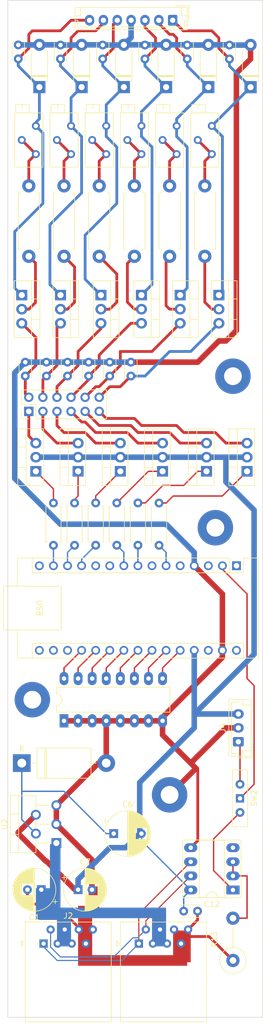
<source format=kicad_pcb>
(kicad_pcb (version 20241229) (generator "pcbnew") (generator_version "9.0")
  (layers (0 "F.Cu" signal) (2 "B.Cu" signal) (13 "F.Paste" user) (15 "B.Paste" user) (5 "F.SilkS" user "F.Silkscreen") (7 "B.SilkS" user "B.Silkscreen") (1 "F.Mask" user) (3 "B.Mask" user) (25 "Edge.Cuts" user))
  (net 0 "")
  (net 1 "Net-(A1-D0{slash}RX)")
  (net 7 "VCC")
  (net 8 "Net-(U3-VO)")
  (net 10 "SW2")
  (net 11 "LASER5")
  (net 12 "SW1")
  (net 13 "SW3")
  (net 14 "SW7")
  (net 15 "LASER1")
  (net 17 "SW8")
  (net 18 "SW4")
  (net 20 "GND")
  (net 21 "LASER4")
  (net 24 "LASER3")
  (net 26 "SW6")
  (net 27 "LASER2")
  (net 29 "5V")
  (net 30 "SW5")
  (net 31 "LASER6")
  (net 32 "DATA-")
  (net 33 "DATA+")
  (net 34 "Net-(Q1-B)")
  (net 35 "Net-(Q2-B)")
  (net 36 "Net-(Q3-B)")
  (net 37 "Net-(Q5-B)")
  (net 38 "Net-(U8-DE)")
  (net 39 "Net-(R6-Pad1)")
  (net 40 "Net-(U4-VO)")
  (net 41 "Net-(U5-VO)")
  (net 43 "Net-(R7-Pad1)")
  (net 44 "Net-(R8-Pad1)")
  (net 45 "Net-(R9-Pad1)")
  (net 46 "Net-(D2-K)")
  (net 47 "L1-SOC-OUT")
  (net 48 "L2-SOC-OUT")
  (net 49 "L3-SOC-OUT")
  (net 50 "L4-SOC-OUT")
  (net 51 "L3-SOC-IN")
  (net 52 "L4-SOC-IN")
  (net 53 "L2-SOC-IN")
  (net 54 "L1-SOC-IN")
  (net 55 "Net-(J4-Pin_1)")
  (net 56 "Net-(SW2-A)")
  (net 57 "Net-(D4-K)")
  (net 58 "Net-(D3-K)")
  (net 59 "Net-(D1-K)")
  (net 60 "Net-(D6-K)")
  (net 61 "Net-(U1-VO)")
  (net 65 "L5-SOC-OUT")
  (net 66 "Net-(D5-K)")
  (net 67 "L6-SOC-OUT")
  (net 68 "Net-(D7-K)")
  (net 69 "L5-SOC-IN")
  (net 70 "L6-SOC-IN")
  (net 71 "Net-(Q4-B)")
  (net 72 "Net-(Q6-B)")
  (net 73 "Net-(U6-VO)")
  (net 74 "Net-(R10-Pad1)")
  (net 75 "Net-(U7-VO)")
  (net 76 "Net-(R12-Pad1)")
  (footprint "Capacitor_THT:C_Disc_D3.0mm_W2.0mm_P2.50mm" (layer "F.Cu") (at 89.535 21.61 -90)
    (property "Reference" "C10" (hide yes))
    (property "Value" "1uF" (hide yes))
  )
  (footprint "Capacitor_THT:C_Disc_D3.0mm_W2.0mm_P2.50mm" (layer "F.Cu") (at 79.375 78.75 -90)
    (property "Reference" "C5" (hide yes))
    (property "Value" "100nF" (hide yes))
  )
  (footprint "Diode_THT:D_DO-41_SOD81_P7.62mm_Horizontal" (layer "F.Cu") (at 78.105 29.19 90)
    (property "Reference" "D7" (hide yes))
    (property "Value" "1N4004" (hide yes))
  )
  (footprint "Capacitor_THT:CP_Radial_D8.0mm_P5.00mm" (layer "F.Cu") (at 91.52 163.695)
    (property "Reference" "C6")
    (property "Value" "33uH")
  )
  (footprint "Package_TO_SOT_THT:TO-220-3_Vertical" (layer "F.Cu") (at 74.93 66.665 -90)
    (property "Reference" "U7" (hide yes))
    (property "Value" "LM317_TO-220" (hide yes))
  )
  (footprint "Potentiometer_THT:Potentiometer_Bourns_3296Z_Horizontal" (layer "F.Cu") (at 96.52 41.265 -90)
    (property "Reference" "RV2" (hide yes))
    (property "Value" "20" (hide yes))
  )
  (footprint "Package_TO_SOT_THT:TO-220-3_Vertical" (layer "F.Cu") (at 89.21 66.665 -90)
    (property "Reference" "U3" (hide yes))
    (property "Value" "LM317_TO-220" (hide yes))
  )
  (footprint "Capacitor_THT:CP_Radial_D7.5mm_P2.50mm" (layer "F.Cu") (at 85.09 173.795)
    (property "Reference" "C7")
    (property "Value" "47uF - 16V" (hide yes))
  )
  (footprint "Capacitor_THT:C_Disc_D3.0mm_W2.0mm_P2.50mm" (layer "F.Cu") (at 83.185 78.75 -90)
    (property "Reference" "C4" (hide yes))
    (property "Value" "100nF" (hide yes))
  )
  (footprint "Potentiometer_THT:Potentiometer_Bourns_3296Z_Horizontal" (layer "F.Cu") (at 90.17 41.265 -90)
    (property "Reference" "RV3" (hide yes))
    (property "Value" "20" (hide yes))
  )
  (footprint "MountingHole:MountingHole_3.2mm_M3_Pad" (layer "F.Cu") (at 101.6 156.71)
    (property "Reference" "H4" (hide yes))
    (property "Value" "MountingHole_Pad" (hide yes))
  )
  (footprint "Diode_THT:D_DO-41_SOD81_P7.62mm_Horizontal" (layer "F.Cu") (at 85.725 29.19 90)
    (property "Reference" "D6" (hide yes))
    (property "Value" "1N4004" (hide yes))
  )
  (footprint "Diode_THT:D_DO-201AD_P15.24mm_Horizontal" (layer "F.Cu") (at 74.93 150.995)
    (property "Reference" "D2" (hide yes))
    (property "Value" "1N5822" (hide yes))
  )
  (footprint "Resistor_THT:R_Axial_DIN0207_L6.3mm_D2.5mm_P7.62mm_Horizontal" (layer "F.Cu") (at 99.695 104.13 -90)
    (property "Reference" "R5" (hide yes))
    (property "Value" "1K" (hide yes))
  )
  (footprint "Resistor_THT:R_Axial_DIN0411_L9.9mm_D3.6mm_P12.70mm_Horizontal" (layer "F.Cu") (at 82.55 46.98 -90)
    (property "Reference" "R9" (hide yes))
    (property "Value" "2.7" (hide yes))
  )
  (footprint "Resistor_THT:R_Axial_DIN0411_L9.9mm_D3.6mm_P12.70mm_Horizontal" (layer "F.Cu") (at 101.6 46.98 -90)
    (property "Reference" "R6" (hide yes))
    (property "Value" "2.7" (hide yes))
  )
  (footprint "Package_TO_SOT_THT:TO-220-3_Vertical" (layer "F.Cu") (at 77.47 98.415 90)
    (property "Reference" "Q6" (hide yes))
    (property "Value" "TIP41" (hide yes))
  )
  (footprint "Package_TO_SOT_THT:TO-220-3_Vertical" (layer "F.Cu") (at 96.52 66.665 -90)
    (property "Reference" "U4" (hide yes))
    (property "Value" "LM317_TO-220" (hide yes))
  )
  (footprint "MountingHole:MountingHole_3.2mm_M3_Pad" (layer "F.Cu") (at 113.03 81.28)
    (property "Reference" "H2" (hide yes))
    (property "Value" "MountingHole_Pad" (hide yes))
  )
  (footprint "MountingHole:MountingHole_3.2mm_M3_Pad" (layer "F.Cu") (at 76.835 139.565)
    (property "Reference" "H3" (hide yes))
    (property "Value" "MountingHole_Pad" (hide yes))
  )
  (footprint "Resistor_THT:R_Axial_DIN0207_L6.3mm_D2.5mm_P7.62mm_Horizontal" (layer "F.Cu") (at 88.265 104.115 -90)
    (property "Reference" "R4" (hide yes))
    (property "Value" "1K" (hide yes))
  )
  (footprint "Resistor_THT:R_Axial_DIN0207_L6.3mm_D2.5mm_P7.62mm_Horizontal" (layer "F.Cu") (at 92.075 104.115 -90)
    (property "Reference" "R2" (hide yes))
    (property "Value" "1K" (hide yes))
  )
  (footprint "Connector_PinHeader_2.54mm:PinHeader_2x06_P2.54mm_Vertical" (layer "F.Cu") (at 76.2 87.62 90)
    (property "Reference" "J5" (hide yes))
    (property "Value" "Conn_02x06_Counter_Clockwise" (hide yes))
  )
  (footprint "Resistor_THT:R_Axial_DIN0414_L11.9mm_D4.5mm_P7.62mm_Vertical" (layer "F.Cu") (at 113.03 186.555 90)
    (property "Reference" "R13")
    (property "Value" "10K" (hide yes))
  )
  (footprint "Diode_THT:D_DO-41_SOD81_P7.62mm_Horizontal" (layer "F.Cu") (at 93.345 29.19 90)
    (property "Reference" "D1" (hide yes))
    (property "Value" "1N4004" (hide yes))
  )
  (footprint "Connector_RJ:RJ45_Amphenol_54602-x08_Horizontal" (layer "F.Cu") (at 96.0475 183.515)
    (property "Reference" "J1" (hide yes))
    (property "Value" "RJ45" (hide yes))
  )
  (footprint "Capacitor_THT:C_Disc_D3.0mm_W2.0mm_P2.50mm" (layer "F.Cu") (at 112.395 21.62 -90)
    (property "Reference" "C14" (hide yes))
    (property "Value" "1uF" (hide yes))
  )
  (footprint "Diode_THT:D_DO-41_SOD81_P7.62mm_Horizontal" (layer "F.Cu") (at 116.205 29.2 90)
    (property "Reference" "D5" (hide yes))
    (property "Value" "1N4004" (hide yes))
  )
  (footprint "Package_TO_SOT_THT:TO-220-3_Vertical" (layer "F.Cu") (at 103.505 66.665 -90)
    (property "Reference" "U5" (hide yes))
    (property "Value" "LM317_TO-220" (hide yes))
  )
  (footprint "Capacitor_THT:C_Disc_D3.0mm_W2.0mm_P2.50mm" (layer "F.Cu") (at 97.155 21.61 -90)
    (property "Reference" "C9" (hide yes))
    (property "Value" "1uF" (hide yes))
  )
  (footprint "Package_TO_SOT_THT:TO-220-3_Vertical" (layer "F.Cu") (at 108.26 98.415 90)
    (property "Reference" "Q5" (hide yes))
    (property "Value" "TIP41" (hide yes))
  )
  (footprint "Resistor_THT:R_Axial_DIN0411_L9.9mm_D3.6mm_P12.70mm_Horizontal" (layer "F.Cu") (at 88.9 46.98 -90)
    (property "Reference" "R8" (hide yes))
    (property "Value" "2.7" (hide yes))
  )
  (footprint "Package_DIP:DIP-16_W7.62mm_LongPads" (layer "F.Cu") (at 82.55 143.375 90)
    (property "Reference" "SW1" (hide yes))
    (property "Value" "SW_DIP_x08" (hide yes))
  )
  (footprint "Resistor_THT:R_Axial_DIN0411_L9.9mm_D3.6mm_P12.70mm_Horizontal" (layer "F.Cu") (at 95.25 46.98 -90)
    (property "Reference" "R7" (hide yes))
    (property "Value" "2.7" (hide yes))
  )
  (footprint "Package_TO_SOT_THT:TO-220-3_Vertical" (layer "F.Cu") (at 85.09 98.415 90)
    (property "Reference" "Q2" (hide yes))
    (property "Value" "TIP41" (hide yes))
  )
  (footprint "Connector_JST:JST_EH_B3B-EH-A_1x03_P2.50mm_Vertical" (layer "F.Cu") (at 114 147.145 90)
    (property "Reference" "J4")
    (property "Value" "Conn_01x03_Socket" (hide yes))
  )
  (footprint "Package_TO_SOT_THT:TO-220-3_Vertical" (layer "F.Cu") (at 92.71 98.415 90)
    (property "Reference" "Q3" (hide yes))
    (property "Value" "TIP41" (hide yes))
  )
  (footprint "Potentiometer_THT:Potentiometer_Bourns_3296Z_Horizontal" (layer "F.Cu") (at 83.82 41.265 -90)
    (property "Reference" "RV4" (hide yes))
    (property "Value" "20" (hide yes))
  )
  (footprint "MountingHole:MountingHole_3.2mm_M3_Pad" (layer "F.Cu") (at 109.855 108.585)
    (property "Reference" "H1" (hide yes))
    (property "Value" "MountingHole_Pad" (hide yes))
  )
  (footprint "Package_TO_SOT_THT:TO-220-5_P3.4x3.7mm_StaggerOdd_Lead3.8mm_Vertical" (layer "F.Cu") (at 81.17 165.395 90)
    (property "Reference" "U2")
    (property "Value" "LM2596T-5" (hide yes))
  )
  (footprint "Package_DIP:DIP-8_W7.62mm_Socket_LongPads" (layer "F.Cu") (at 113.03 173.855 180)
    (property "Reference" "U8" (hide yes))
    (property "Value" "SN75176AP" (hide yes))
  )
  (footprint "Resistor_THT:R_Axial_DIN0207_L6.3mm_D2.5mm_P7.62mm_Horizontal" (layer "F.Cu") (at 84.455 104.13 -90)
    (property "Reference" "R3" (hide yes))
    (property "Value" "1K" (hide yes))
  )
  (footprint "Package_TO_SOT_THT:TO-220-3_Vertical" (layer "F.Cu") (at 100.33 98.415 90)
    (property "Reference" "Q1" (hide yes))
    (property "Value" "TIP41" (hide yes))
  )
  (footprint "Capacitor_THT:C_Disc_D3.0mm_W2.0mm_P2.50mm" (layer "F.Cu") (at 74.295 21.59 -90)
    (property "Reference" "C16" (hide yes))
    (property "Value" "1uF" (hide yes))
  )
  (footprint "Connector_RJ:RJ45_Amphenol_54602-x08_Horizontal" (layer "F.Cu") (at 78.8625 183.515)
    (property "Reference" "J2")
    (property "Value" "RJ45" (hide yes))
  )
  (footprint "Capacitor_THT:CP_Radial_D7.5mm_P2.50mm" (layer "F.Cu") (at 78.451395 173.795 180)
    (property "Reference" "C1")
    (property "Value" "47uF - 100V" (hide yes))
  )
  (footprint "Capacitor_THT:C_Disc_D3.0mm_W2.0mm_P2.50mm" (layer "F.Cu") (at 90.805 78.75 -90)
    (property "Reference" "C2" (hide yes))
    (property "Value" "100nF" (hide yes))
  )
  (footprint "Resistor_THT:R_Axial_DIN0411_L9.9mm_D3.6mm_P12.70mm_Horizontal" (layer "F.Cu") (at 76.2 46.98 -90)
    (property "Reference" "R12" (hide yes))
    (property "Value" "2.7" (hide yes))
  )
  (footprint "Potentiometer_THT:Potentiometer_Bourns_3296Z_Horizontal" (layer "F.Cu") (at 77.47 41.265 -90)
    (property "Reference" "RV6" (hide yes))
    (property "Value" "20" (hide yes))
  )
  (footprint "Package_TO_SOT_THT:TO-220-3_Vertical" (layer "F.Cu") (at 115.57 98.415 90)
    (property "Reference" "Q4" (hide yes))
    (property "Value" "TIP41" (hide yes))
  )
  (footprint "Button_Switch_THT:SW_Slide-03_Wuerth-WS-SLTV_10x2.5x6.4_P2.54mm" (layer "F.Cu") (at 114.3 157.345 -90)
    (property "Reference" "SW2")
    (property "Value" "SW_Wuerth" (hide yes))
  )
  (footprint "Capacitor_THT:C_Disc_D3.0mm_W2.0mm_P2.50mm" (layer "F.Cu") (at 104.775 21.61 -90)
    (property "Reference" "C8" (hide yes))
    (property "Value" "1uF" (hide yes))
  )
  (footprint "Capacitor_THT:C_Disc_D3.0mm_W2.0mm_P2.50mm" (layer "F.Cu") (at 104.14 177.665)
    (property "Reference" "C12")
    (property "Value" "100nF" (hide yes))
  )
  (footprint "Package_TO_SOT_THT:TO-220-3_Vertical" (layer "F.Cu") (at 81.915 66.665 -90)
    (property "Reference" "U1" (hide yes))
    (property "Value" "LM317_TO-220" (hide yes))
  )
  (footprint "Resistor_THT:R_Axial_DIN0207_L6.3mm_D2.5mm_P7.62mm_Horizontal" (layer "F.Cu") (at 95.885 104.115 -90)
    (property "Reference" "R1" (hide yes))
    (property "Value" "1K" (hide yes))
  )
  (footprint "Connector_JST:JST_EH_B7B-EH-A_1x07_P2.50mm_Vertical" (layer "F.Cu") (at 102.155 17.145 180)
    (property "Reference" "J6" (hide yes))
    (property "Value" "Conn_01x07_Socket" (hide yes))
  )
  (footprint "Diode_THT:D_DO-41_SOD81_P7.62mm_Horizontal" (layer "F.Cu") (at 100.965 29.19 90)
    (property "Reference" "D3" (hide yes))
    (property "Value" "1N4004" (hide yes))
  )
  (footprint "Resistor_THT:R_Axial_DIN0207_L6.3mm_D2.5mm_P7.62mm_Horizontal" (layer "F.Cu") (at 80.645 104.13 -90)
    (property "Reference" "R11" (hide yes))
    (property "Value" "1K" (hide yes))
  )
  (footprint "Potentiometer_THT:Potentiometer_Bourns_3296Z_Horizontal" (layer "F.Cu") (at 102.87 41.265 -90)
    (property "Reference" "RV1" (hide yes))
    (property "Value" "20" (hide yes))
  )
  (footprint "Capacitor_THT:C_Disc_D3.0mm_W2.0mm_P2.50mm" (layer "F.Cu") (at 94.615 78.75 -90)
    (property "Reference" "C13" (hide yes))
    (property "Value" "100nF" (hide yes))
  )
  (footprint "Module:Arduino_Nano" (layer "F.Cu") (at 113.665 115.435 -90)
    (property "Reference" "A1" (hide yes))
    (property "Value" "Arduino_Nano_v3.x")
  )
  (footprint "Capacitor_THT:C_Disc_D3.0mm_W2.0mm_P2.50mm" (layer "F.Cu") (at 86.995 78.75 -90)
    (property "Reference" "C3" (hide yes))
    (property "Value" "100nF" (hide yes))
  )
  (footprint "Resistor_THT:R_Axial_DIN0411_L9.9mm_D3.6mm_P12.70mm_Horizontal" (layer "F.Cu") (at 107.95 46.98 -90)
    (property "Reference" "R10" (hide yes))
    (property "Value" "2.7" (hide yes))
  )
  (footprint "Capacitor_THT:C_Disc_D3.0mm_W2.0mm_P2.50mm" (layer "F.Cu") (at 81.915 21.61 -90)
    (property "Reference" "C11" (hide yes))
    (property "Value" "1uF" (hide yes))
  )
  (footprint "Potentiometer_THT:Potentiometer_Bourns_3296Z_Horizontal" (layer "F.Cu") (at 109.22 41.265 -90)
    (property "Reference" "RV5" (hide yes))
    (property "Value" "20" (hide yes))
  )
  (footprint "Package_TO_SOT_THT:TO-220-3_Vertical" (layer "F.Cu") (at 110.49 66.665 -90)
    (property "Reference" "U6" (hide yes))
    (property "Value" "LM317_TO-220" (hide yes))
  )
  (footprint "Capacitor_THT:C_Disc_D3.0mm_W2.0mm_P2.50mm" (layer "F.Cu") (at 75.565 78.75 -90)
    (property "Reference" "C15" (hide yes))
    (property "Value" "100nF" (hide yes))
  )
  (footprint "Diode_THT:D_DO-41_SOD81_P7.62mm_Horizontal" (layer "F.Cu") (at 108.585 29.19 90)
    (property "Reference" "D4" (hide yes))
    (property "Value" "1N4004" (hide yes))
  )
  (gr_rect (start 102.235 181.1575) (end 105.41 186.8725) (fill yes) (layer "F.Cu") (net 20))
  (gr_rect (start 86.995 173.22) (end 88.9 178.935) (fill yes) (layer "F.Cu") (net 20))
  (gr_rect (start 85.09 185.6025) (end 104.775 187.5075) (fill yes) (layer "F.Cu") (net 20))
  (gr_rect (start 85.09 176.7125) (end 87.63 186.8725) (fill yes) (layer "F.Cu") (net 20))
  (gr_rect (start 77.47 173.5375) (end 81.915 179.2525) (fill yes) (layer "B.Cu") (net 7))
  (gr_rect (start 80.01 165.6) (end 81.915 173.855) (fill yes) (layer "B.Cu") (net 7))
  (gr_rect (start 98.425 178.3) (end 100.965 184.015) (fill yes) (layer "B.Cu") (net 7))
  (gr_rect (start 81.28 178.3) (end 83.82 184.015) (fill yes) (layer "B.Cu") (net 7))
  (gr_rect (start 81.28 177.03) (end 100.965 178.935) (fill yes) (layer "B.Cu") (net 7))
  (gr_poly (pts (xy 118.41 196.79) (xy 118.41 13.545) (xy 72.41 13.545) (xy 72.41 196.79)) (stroke (width 0.1)) (fill no) (layer "Edge.Cuts"))
  (segment (start 116.84 154.805) (end 116.84 137.025) (width 0.25) (layer "F.Cu") (net 1))
  (segment (start 111.125 116.07) (end 111.125 115.435) (width 0.25) (layer "F.Cu") (net 1))
  (segment (start 115.57 120.515) (end 111.125 116.07) (width 0.25) (layer "F.Cu") (net 1))
  (segment (start 114.3 157.345) (end 116.84 154.805) (width 0.25) (layer "F.Cu") (net 1))
  (segment (start 116.84 137.025) (end 115.57 135.755) (width 0.25) (layer "F.Cu") (net 1))
  (segment (start 115.57 135.755) (end 115.57 120.515) (width 0.25) (layer "F.Cu") (net 1))
  (segment (start 92.075 62.855) (end 88.9 59.68) (width 0.5) (layer "F.Cu") (net 8))
  (segment (start 90.805 69.205) (end 92.075 67.935) (width 0.5) (layer "F.Cu") (net 8))
  (segment (start 92.075 67.935) (end 92.075 62.855) (width 0.5) (layer "F.Cu") (net 8))
  (segment (start 89.21 69.205) (end 90.805 69.205) (width 0.5) (layer "F.Cu") (net 8))
  (segment (start 85.09 136.39) (end 85.09 133.85) (width 0.25) (layer "F.Cu") (net 10))
  (segment (start 85.09 133.85) (end 88.265 130.675) (width 0.25) (layer "F.Cu") (net 10))
  (segment (start 83.185 115.435) (end 83.185 113.02) (width 0.25) (layer "B.Cu") (net 11))
  (segment (start 84.455 112.035) (end 84.155 111.735) (width 0.25) (layer "B.Cu") (net 11))
  (segment (start 83.185 113.02) (end 84.455 111.75) (width 0.25) (layer "B.Cu") (net 11))
  (segment (start 82.55 136.39) (end 82.55 133.85) (width 0.25) (layer "F.Cu") (net 12))
  (segment (start 82.55 133.85) (end 85.725 130.675) (width 0.25) (layer "F.Cu") (net 12))
  (segment (start 87.63 133.85) (end 90.805 130.675) (width 0.25) (layer "F.Cu") (net 13))
  (segment (start 87.63 136.39) (end 87.63 133.85) (width 0.25) (layer "F.Cu") (net 13))
  (segment (start 97.79 136.39) (end 97.79 133.85) (width 0.25) (layer "F.Cu") (net 14))
  (segment (start 97.79 133.85) (end 100.965 130.675) (width 0.25) (layer "F.Cu") (net 14))
  (segment (start 100.965 113.02) (end 99.695 111.75) (width 0.25) (layer "B.Cu") (net 15))
  (segment (start 100.965 115.435) (end 100.965 113.02) (width 0.25) (layer "B.Cu") (net 15))
  (segment (start 100.33 136.39) (end 100.33 133.85) (width 0.25) (layer "F.Cu") (net 17))
  (segment (start 100.33 133.85) (end 103.505 130.675) (width 0.25) (layer "F.Cu") (net 17))
  (segment (start 90.17 133.85) (end 93.345 130.675) (width 0.25) (layer "F.Cu") (net 18))
  (segment (start 90.17 136.39) (end 90.17 133.85) (width 0.25) (layer "F.Cu") (net 18))
  (segment (start 81.17 158.595) (end 81.17 161.995) (width 1) (layer "F.Cu") (net 20))
  (segment (start 106.64 179.2725) (end 104.9375 180.975) (width 0.5) (layer "F.Cu") (net 20))
  (segment (start 102.3975 182.9075) (end 103.505 184.015) (width 0.25) (layer "F.Cu") (net 20))
  (segment (start 111.125 131.945) (end 111.125 130.675) (width 1) (layer "F.Cu") (net 20))
  (segment (start 88.77 150.995) (end 90.17 150.995) (width 1) (layer "F.Cu") (net 20))
  (segment (start 106.295 152.015) (end 106.43 152.015) (width 1) (layer "F.Cu") (net 20))
  (segment (start 101.6 156.71) (end 106.295 152.015) (width 1) (layer "F.Cu") (net 20))
  (segment (start 87.63 180.975) (end 87.7525 180.975) (width 0.25) (layer "F.Cu") (net 20))
  (segment (start 86.4825 182.245) (end 86.4825 183.515) (width 0.25) (layer "F.Cu") (net 20))
  (segment (start 85.09 143.375) (end 82.55 143.375) (width 1) (layer "F.Cu") (net 20))
  (segment (start 102.3975 180.975) (end 102.3975 182.9075) (width 0.25) (layer "F.Cu") (net 20))
  (segment (start 106.68 152.265) (end 106.43 152.015) (width 0.5) (layer "F.Cu") (net 20))
  (segment (start 105.41 166.235) (end 106.68 164.965) (width 0.5) (layer "F.Cu") (net 20))
  (segment (start 110.49 74.93) (end 111.76 74.93) (width 1) (layer "F.Cu") (net 20))
  (segment (start 92.71 143.375) (end 90.17 143.375) (width 1) (layer "F.Cu") (net 20))
  (segment (start 75.951395 175.511395) (end 75.951395 173.795) (width 0.5) (layer "F.Cu") (net 20))
  (segment (start 80.9625 176.395) (end 76.835 176.395) (width 0.5) (layer "F.Cu") (net 20))
  (segment (start 97.79 143.375) (end 95.25 143.375) (width 1) (layer "F.Cu") (net 20))
  (segment (start 94.615 78.75) (end 106.67 78.75) (width 1) (layer "F.Cu") (net 20))
  (segment (start 111.76 74.93) (end 113.645 73.045) (width 1) (layer "F.Cu") (net 20))
  (segment (start 111.125 130.675) (end 111.125 120.515) (width 1) (layer "F.Cu") (net 20))
  (segment (start 100.33 143.375) (end 100.33 142.74) (width 1) (layer "F.Cu") (net 20))
  (segment (start 100.33 143.375) (end 97.79 143.375) (width 1) (layer "F.Cu") (net 20))
  (segment (start 105.41 150.995) (end 100.33 145.915) (width 1) (layer "F.Cu") (net 20))
  (segment (start 106.64 177.665) (end 106.64 179.2725) (width 0.5) (layer "F.Cu") (net 20))
  (segment (start 87.59 180.935) (end 87.63 180.975) (width 0.25) (layer "F.Cu") (net 20))
  (segment (start 76.835 176.395) (end 75.951395 175.511395) (width 0.5) (layer "F.Cu") (net 20))
  (segment (start 114 144.645) (end 111.76 144.645) (width 1) (layer "F.Cu") (net 20))
  (segment (start 113.645 26.69) (end 116.205 24.13) (width 1) (layer "F.Cu") (net 20))
  (segment (start 106.68 164.965) (end 106.68 152.265) (width 0.5) (layer "F.Cu") (net 20))
  (segment (start 106.43 152.015) (end 105.41 150.995) (width 1) (layer "F.Cu") (net 20))
  (segment (start 106.67 78.75) (end 110.49 74.93) (width 1) (layer "F.Cu") (net 20))
  (segment (start 116.205 24.13) (end 116.205 21.58) (width 1) (layer "F.Cu") (net 20))
  (segment (start 103.6675 182.245) (end 102.3975 180.975) (width 0.25) (layer "F.Cu") (net 20))
  (segment (start 90.17 143.375) (end 87.63 143.375) (width 1) (layer "F.Cu") (net 20))
  (segment (start 90.17 150.995) (end 90.17 143.375) (width 1) (layer "F.Cu") (net 20))
  (segment (start 87.59 173.795) (end 87.59 168.415) (width 1) (layer "F.Cu") (net 20))
  (segment (start 95.25 143.375) (end 92.71 143.375) (width 1) (layer "F.Cu") (net 20))
  (segment (start 113.645 73.045) (end 113.645 26.69) (width 1) (layer "F.Cu") (net 20))
  (segment (start 111.125 120.515) (end 106.045 115.435) (width 1) (layer "F.Cu") (net 20))
  (segment (start 87.7525 180.975) (end 86.4825 182.245) (width 0.25) (layer "F.Cu") (net 20))
  (segment (start 100.33 145.915) (end 100.33 143.375) (width 1) (layer "F.Cu") (net 20))
  (segment (start 87.59 168.415) (end 81.17 161.995) (width 1) (layer "F.Cu") (net 20))
  (segment (start 111.76 144.645) (end 105.41 150.995) (width 1) (layer "F.Cu") (net 20))
  (segment (start 86.36 181.7925) (end 80.9625 176.395) (width 0.5) (layer "F.Cu") (net 20))
  (segment (start 108.72 182.245) (end 103.6675 182.245) (width 0.5) (layer "F.Cu") (net 20))
  (segment (start 100.33 142.74) (end 111.125 131.945) (width 1) (layer "F.Cu") (net 20))
  (segment (start 81.17 158.595) (end 88.77 150.995) (width 1) (layer "F.Cu") (net 20))
  (segment (start 87.63 143.375) (end 85.09 143.375) (width 1) (layer "F.Cu") (net 20))
  (segment (start 113.03 186.555) (end 108.72 182.245) (width 0.5) (layer "F.Cu") (net 20))
  (segment (start 86.995 78.75) (end 90.805 78.75) (width 1) (layer "B.Cu") (net 20))
  (segment (start 104.775 21.61) (end 108.545 21.61) (width 1) (layer "B.Cu") (net 20))
  (segment (start 89.535 21.61) (end 93.305 21.61) (width 1) (layer "B.Cu") (net 20))
  (segment (start 112.345 21.57) (end 112.395 21.62) (width 0.25) (layer "B.Cu") (net 20))
  (segment (start 116.165 21.62) (end 116.205 21.58) (width 0.25) (layer "B.Cu") (net 20))
  (segment (start 94.655 20.26) (end 94.655 17.145) (width 1) (layer "B.Cu") (net 20))
  (segment (start 97.115 21.57) (end 97.155 21.61) (width 0.25) (layer "B.Cu") (net 20))
  (segment (start 93.345 21.57) (end 97.115 21.57) (width 1) (layer "B.Cu") (net 20))
  (segment (start 75.565 78.75) (end 79.375 78.75) (width 1) (layer "B.Cu") (net 20))
  (segment (start 112.395 21.62) (end 116.165 21.62) (width 1) (layer "B.Cu") (net 20))
  (segment (start 97.77 21.61) (end 97.155 21.61) (width 0.25) (layer "B.Cu") (net 20))
  (segment (start 81.915 107.95) (end 73.66 99.695) (width 1) (layer "B.Cu") (net 20))
  (segment (start 73.66 99.695) (end 73.66 80.655) (width 1) (layer "B.Cu") (net 20))
  (segment (start 79.375 78.75) (end 83.185 78.75) (width 1) (layer "B.Cu") (net 20))
  (segment (start 108.585 21.57) (end 112.345 21.57) (width 1) (layer "B.Cu") (net 20))
  (segment (start 97.155 21.61) (end 97.195 21.57) (width 0.5) (layer "B.Cu") (net 20))
  (segment (start 90.805 78.75) (end 94.615 78.75) (width 1) (layer "B.Cu") (net 20))
  (segment (start 106.045 113.03) (end 100.965 107.95) (width 1) (layer "B.Cu") (net 20))
  (segment (start 78.085 21.59) (end 78.105 21.57) (width 0.25) (layer "B.Cu") (net 20))
  (segment (start 83.185 78.75) (end 86.995 78.75) (width 1) (layer "B.Cu") (net 20))
  (segment (start 93.345 21.57) (end 94.655 20.26) (width 1) (layer "B.Cu") (net 20))
  (segment (start 74.295 21.59) (end 78.085 21.59) (width 1) (layer "B.Cu") (net 20))
  (segment (start 100.965 107.95) (end 81.915 107.95) (width 1) (layer "B.Cu") (net 20))
  (segment (start 78.105 21.57) (end 81.875 21.57) (width 1) (layer "B.Cu") (net 20))
  (segment (start 106.045 115.435) (end 106.045 113.03) (width 1) (layer "B.Cu") (net 20))
  (segment (start 85.725 21.57) (end 89.495 21.57) (width 1) (layer "B.Cu") (net 20))
  (segment (start 108.545 21.61) (end 108.585 21.57) (width 0.25) (layer "B.Cu") (net 20))
  (segment (start 89.495 21.57) (end 89.535 21.61) (width 0.25) (layer "B.Cu") (net 20))
  (segment (start 81.915 21.61) (end 85.685 21.61) (width 1) (layer "B.Cu") (net 20))
  (segment (start 81.875 21.57) (end 81.915 21.61) (width 0.25) (layer "B.Cu") (net 20))
  (segment (start 104.735 21.57) (end 104.775 21.61) (width 0.25) (layer "B.Cu") (net 20))
  (segment (start 97.195 21.57) (end 100.965 21.57) (width 1) (layer "B.Cu") (net 20))
  (segment (start 100.965 21.57) (end 104.735 21.57) (width 1) (layer "B.Cu") (net 20))
  (segment (start 73.66 80.655) (end 75.565 78.75) (width 1) (layer "B.Cu") (net 20))
  (segment (start 85.725 114.275) (end 88.265 111.735) (width 0.25) (layer "B.Cu") (net 21))
  (segment (start 85.725 115.435) (end 85.725 114.275) (width 0.25) (layer "B.Cu") (net 21))
  (segment (start 93.345 115.435) (end 93.345 113.005) (width 0.25) (layer "B.Cu") (net 24))
  (segment (start 93.345 113.005) (end 92.075 111.735) (width 0.25) (layer "B.Cu") (net 24))
  (segment (start 95.25 136.39) (end 95.25 133.85) (width 0.25) (layer "F.Cu") (net 26))
  (segment (start 95.25 133.85) (end 98.425 130.675) (width 0.25) (layer "F.Cu") (net 26))
  (segment (start 95.885 115.435) (end 95.885 111.735) (width 0.25) (layer "B.Cu") (net 27))
  (segment (start 95.62 115.17) (end 95.885 115.435) (width 0.25) (layer "B.Cu") (net 27))
  (segment (start 84.52 173.795) (end 79.375 168.65) (width 1) (layer "F.Cu") (net 29))
  (segment (start 74.295 163.695) (end 74.295 163.47) (width 1) (layer "F.Cu") (net 29))
  (segment (start 79.375 168.65) (end 79.25 168.65) (width 1) (layer "F.Cu") (net 29))
  (segment (start 79.25 168.65) (end 74.295 163.695) (width 1) (layer "F.Cu") (net 29))
  (segment (start 74.295 163.47) (end 77.47 160.295) (width 1) (layer "F.Cu") (net 29))
  (segment (start 108.26 95.875) (end 115.57 95.875) (width 1) (layer "B.Cu") (net 29))
  (segment (start 100.33 95.875) (end 108.26 95.875) (width 1) (layer "B.Cu") (net 29))
  (segment (start 105.41 173.855) (end 96.52 164.965) (width 0.25) (layer "B.Cu") (net 29))
  (segment (start 105.41 173.855) (end 104.14 175.125) (width 0.25) (layer "B.Cu") (net 29))
  (segment (start 93.67 166.235) (end 96.21 163.695) (width 1) (layer "B.Cu") (net 29))
  (segment (start 116.84 131.3725) (end 116.84 105.4) (width 1) (layer "B.Cu") (net 29))
  (segment (start 106.085 142.145) (end 114 142.145) (width 1) (layer "B.Cu") (net 29))
  (segment (start 96.21 163.695) (end 96.21 154.48) (width 1) (layer "B.Cu") (net 29))
  (segment (start 106.045 142.105) (end 106.085 142.145) (width 1) (layer "B.Cu") (net 29))
  (segment (start 106.7425 141.47) (end 116.84 131.3725) (width 1) (layer "B.Cu") (net 29))
  (segment (start 96.52 164.965) (end 96.52 163.695) (width 0.25) (layer "B.Cu") (net 29))
  (segment (start 106.045 144.645) (end 106.045 142.105) (width 1) (layer "B.Cu") (net 29))
  (segment (start 85.09 171.95) (end 90.805 166.235) (width 1) (layer "B.Cu") (net 29))
  (segment (start 106.045 141.47) (end 106.045 130.675) (width 1) (layer "B.Cu") (net 29))
  (segment (start 92.71 95.875) (end 100.33 95.875) (width 1) (layer "B.Cu") (net 29))
  (segment (start 106.045 142.105) (end 106.045 141.47) (width 1) (layer "B.Cu") (net 29))
  (segment (start 90.805 166.235) (end 93.67 166.235) (width 1) (layer "B.Cu") (net 29))
  (segment (start 85.09 95.875) (end 92.71 95.875) (width 1) (layer "B.Cu") (net 29))
  (segment (start 111.76 100.32) (end 111.76 95.875) (width 1) (layer "B.Cu") (net 29))
  (segment (start 96.21 154.48) (end 106.045 144.645) (width 1) (layer "B.Cu") (net 29))
  (segment (start 85.09 173.795) (end 85.09 171.95) (width 1) (layer "B.Cu") (net 29))
  (segment (start 104.14 175.125) (end 104.14 177.665) (width 0.25) (layer "B.Cu") (net 29))
  (segment (start 77.47 95.875) (end 85.09 95.875) (width 1) (layer "B.Cu") (net 29))
  (segment (start 106.045 141.47) (end 106.7425 141.47) (width 1) (layer "B.Cu") (net 29))
  (segment (start 116.84 105.4) (end 111.76 100.32) (width 1) (layer "B.Cu") (net 29))
  (segment (start 92.71 133.85) (end 95.885 130.675) (width 0.25) (layer "F.Cu") (net 30))
  (segment (start 92.71 136.39) (end 92.71 133.85) (width 0.25) (layer "F.Cu") (net 30))
  (segment (start 80.645 115.435) (end 80.645 111.75) (width 0.25) (layer "B.Cu") (net 31))
  (segment (start 97.3175 180.975) (end 97.3175 179.4075) (width 0.2) (layer "F.Cu") (net 32))
  (segment (start 97.3175 179.4075) (end 105.41 171.315) (width 0.2) (layer "F.Cu") (net 32))
  (segment (start 80.1325 184.1375) (end 80.1325 180.975) (width 0.2) (layer "B.Cu") (net 32))
  (segment (start 94.9975 182.465) (end 91.5425 185.92) (width 0.2) (layer "B.Cu") (net 32))
  (segment (start 91.5425 185.92) (end 81.915 185.92) (width 0.2) (layer "B.Cu") (net 32))
  (segment (start 81.915 185.92) (end 80.1325 184.1375) (width 0.2) (layer "B.Cu") (net 32))
  (segment (start 97.3175 180.975) (end 95.8275 182.465) (width 0.2) (layer "B.Cu") (net 32))
  (segment (start 95.8275 182.465) (end 94.9975 182.465) (width 0.2) (layer "B.Cu") (net 32))
  (segment (start 96.0475 178.1375) (end 105.41 168.775) (width 0.2) (layer "F.Cu") (net 33))
  (segment (start 96.0475 183.515) (end 96.0475 178.1375) (width 0.2) (layer "F.Cu") (net 33))
  (segment (start 93.0075 186.555) (end 81.325 186.555) (width 0.2) (layer "B.Cu") (net 33))
  (segment (start 81.325 186.555) (end 78.8625 184.0925) (width 0.2) (layer "B.Cu") (net 33))
  (segment (start 96.0475 183.515) (end 93.0075 186.555) (width 0.2) (layer "B.Cu") (net 33))
  (segment (start 78.8625 184.0925) (end 78.8625 183.515) (width 0.2) (layer "B.Cu") (net 33))
  (segment (start 97.775 98.415) (end 100.33 98.415) (width 0.25) (layer "F.Cu") (net 34))
  (segment (start 92.075 104.115) (end 97.775 98.415) (width 0.25) (layer "F.Cu") (net 34))
  (segment (start 84.455 104.13) (end 84.455 103.495) (width 0.25) (layer "F.Cu") (net 35))
  (segment (start 85.09 102.86) (end 85.09 98.415) (width 0.25) (layer "F.Cu") (net 35))
  (segment (start 84.455 103.495) (end 85.09 102.86) (width 0.25) (layer "F.Cu") (net 35))
  (segment (start 88.265 104.115) (end 88.265 102.86) (width 0.25) (layer "F.Cu") (net 36))
  (segment (start 88.265 102.86) (end 92.71 98.415) (width 0.25) (layer "F.Cu") (net 36))
  (segment (start 97.225 104.115) (end 100.385 100.955) (width 0.25) (layer "F.Cu") (net 37))
  (segment (start 106.68 98.415) (end 108.26 98.415) (width 0.25) (layer "F.Cu") (net 37))
  (segment (start 104.14 100.955) (end 106.68 98.415) (width 0.25) (layer "F.Cu") (net 37))
  (segment (start 100.385 100.955) (end 104.14 100.955) (width 0.25) (layer "F.Cu") (net 37))
  (segment (start 95.885 104.115) (end 97.225 104.115) (width 0.25) (layer "F.Cu") (net 37))
  (segment (start 113.03 168.775) (end 113.03 171.315) (width 0.25) (layer "F.Cu") (net 38))
  (segment (start 113.03 171.315) (end 115.57 171.315) (width 0.25) (layer "F.Cu") (net 38))
  (segment (start 115.57 171.315) (end 115.57 178.935) (width 0.25) (layer "F.Cu") (net 38))
  (segment (start 115.57 178.935) (end 113.03 178.935) (width 0.25) (layer "F.Cu") (net 38))
  (segment (start 101.6 42.535) (end 102.87 41.265) (width 0.5) (layer "F.Cu") (net 39))
  (segment (start 101.6 46.98) (end 101.6 42.535) (width 0.5) (layer "F.Cu") (net 39))
  (segment (start 102.87 41.265) (end 100.33 38.725) (width 0.5) (layer "F.Cu") (net 39))
  (segment (start 95.25 69.205) (end 93.98 67.935) (width 0.5) (layer "F.Cu") (net 40))
  (segment (start 93.98 67.935) (end 93.98 60.95) (width 0.5) (layer "F.Cu") (net 40))
  (segment (start 93.98 60.95) (end 95.25 59.68) (width 0.5) (layer "F.Cu") (net 40))
  (segment (start 96.52 69.205) (end 95.25 69.205) (width 0.5) (layer "F.Cu") (net 40))
  (segment (start 101.6 59.68) (end 100.965 60.315) (width 0.5) (layer "F.Cu") (net 41))
  (segment (start 100.965 68.57) (end 101.6 69.205) (width 0.5) (layer "F.Cu") (net 41))
  (segment (start 101.6 69.205) (end 103.505 69.205) (width 0.5) (layer "F.Cu") (net 41))
  (segment (start 100.965 60.315) (end 100.965 68.57) (width 0.5) (layer "F.Cu") (net 41))
  (segment (start 95.25 46.98) (end 95.25 42.535) (width 0.5) (layer "F.Cu") (net 43))
  (segment (start 95.25 42.535) (end 96.52 41.265) (width 0.5) (layer "F.Cu") (net 43))
  (segment (start 96.52 41.265) (end 93.98 38.725) (width 0.5) (layer "F.Cu") (net 43))
  (segment (start 88.9 46.98) (end 88.9 42.535) (width 0.5) (layer "F.Cu") (net 44))
  (segment (start 88.9 42.535) (end 90.17 41.265) (width 0.5) (layer "F.Cu") (net 44))
  (segment (start 90.17 41.265) (end 87.63 38.725) (width 0.5) (layer "F.Cu") (net 44))
  (segment (start 82.55 46.98) (end 82.55 42.535) (width 0.5) (layer "F.Cu") (net 45))
  (segment (start 83.82 41.265) (end 81.28 38.725) (width 0.5) (layer "F.Cu") (net 45))
  (segment (start 82.55 42.535) (end 83.82 41.265) (width 0.5) (layer "F.Cu") (net 45))
  (segment (start 74.93 156.075) (end 82.55 156.075) (width 0.25) (layer "B.Cu") (net 46))
  (segment (start 82.55 156.075) (end 90.17 163.695) (width 0.25) (layer "B.Cu") (net 46))
  (segment (start 90.17 163.695) (end 91.52 163.695) (width 0.25) (layer "B.Cu") (net 46))
  (segment (start 77.47 163.695) (end 74.93 161.155) (width 0.25) (layer "B.Cu") (net 46))
  (segment (start 74.93 156.075) (end 74.93 150.995) (width 0.25) (layer "B.Cu") (net 46))
  (segment (start 74.93 161.155) (end 74.93 156.075) (width 0.25) (layer "B.Cu") (net 46))
  (segment (start 88.9 85.08) (end 90.805 83.175) (width 0.5) (layer "F.Cu") (net 47))
  (segment (start 92.69 83.175) (end 94.615 81.25) (width 0.5) (layer "F.Cu") (net 47))
  (segment (start 90.805 83.175) (end 92.69 83.175) (width 0.5) (layer "F.Cu") (net 47))
  (segment (start 97.175 81.25) (end 101.6 76.825) (width 0.5) (layer "B.Cu") (net 47))
  (segment (start 97.175 81.25) (end 94.615 81.25) (width 0.5) (layer "B.Cu") (net 47))
  (segment (start 105.41 76.825) (end 110.49 71.745) (width 0.5) (layer "B.Cu") (net 47))
  (segment (start 101.6 76.825) (end 105.41 76.825) (width 0.5) (layer "B.Cu") (net 47))
  (segment (start 92.71 76.825) (end 98.425 76.825) (width 0.5) (layer "F.Cu") (net 48))
  (segment (start 92.71 79.345) (end 92.71 76.825) (width 0.5) (layer "F.Cu") (net 48))
  (segment (start 86.36 85.08) (end 88.275 83.165) (width 0.5) (layer "F.Cu") (net 48))
  (segment (start 88.88 83.175) (end 90.805 81.25) (width 0.5) (layer "F.Cu") (net 48))
  (segment (start 88.275 83.165) (end 88.89 83.165) (width 0.5) (layer "F.Cu") (net 48))
  (segment (start 98.425 76.825) (end 103.505 71.745) (width 0.5) (layer "F.Cu") (net 48))
  (segment (start 90.805 81.25) (end 92.71 79.345) (width 0.5) (layer "F.Cu") (net 48))
  (segment (start 88.9 77.46) (end 94.615 71.745) (width 0.5) (layer "F.Cu") (net 49))
  (segment (start 88.88 79.365) (end 88.9 79.365) (width 0.5) (layer "F.Cu") (net 49))
  (segment (start 86.995 81.25) (end 88.88 79.365) (width 0.5) (layer "F.Cu") (net 49))
  (segment (start 83.82 85.08) (end 86.995 81.905) (width 0.5) (layer "F.Cu") (net 49))
  (segment (start 88.9 79.365) (end 88.9 77.46) (width 0.5) (layer "F.Cu") (net 49))
  (segment (start 94.615 71.745) (end 96.52 71.745) (width 0.5) (layer "F.Cu") (net 49))
  (segment (start 86.995 81.905) (end 86.995 81.25) (width 0.5) (layer "F.Cu") (net 49))
  (segment (start 83.185 81.25) (end 85.09 79.345) (width 0.5) (layer "F.Cu") (net 50))
  (segment (start 85.09 79.345) (end 85.09 76.825) (width 0.5) (layer "F.Cu") (net 50))
  (segment (start 89.21 72.705) (end 89.21 71.745) (width 0.5) (layer "F.Cu") (net 50))
  (segment (start 85.09 76.825) (end 89.21 72.705) (width 0.5) (layer "F.Cu") (net 50))
  (segment (start 81.28 83.155) (end 81.915 82.52) (width 0.5) (layer "F.Cu") (net 50))
  (segment (start 81.28 85.08) (end 81.28 83.155) (width 0.5) (layer "F.Cu") (net 50))
  (segment (start 81.915 82.52) (end 83.185 81.25) (width 0.5) (layer "F.Cu") (net 50))
  (segment (start 95.885 93.335) (end 93.98 91.43) (width 0.5) (layer "F.Cu") (net 51))
  (segment (start 85.735 89.535) (end 83.82 87.62) (width 0.5) (layer "F.Cu") (net 51))
  (segment (start 93.98 91.43) (end 88.255 91.43) (width 0.5) (layer "F.Cu") (net 51))
  (segment (start 100.33 93.335) (end 95.885 93.335) (width 0.5) (layer "F.Cu") (net 51))
  (segment (start 88.255 91.43) (end 86.36 89.535) (width 0.5) (layer "F.Cu") (net 51))
  (segment (start 86.36 89.535) (end 85.735 89.535) (width 0.5) (layer "F.Cu") (net 51))
  (segment (start 83.887919 91.43) (end 83.877919 91.44) (width 0.5) (layer "F.Cu") (net 52))
  (segment (start 86.36 91.43) (end 83.887919 91.43) (width 0.5) (layer "F.Cu") (net 52))
  (segment (start 81.28 90.17) (end 81.28 87.62) (width 0.5) (layer "F.Cu") (net 52))
  (segment (start 83.877919 91.44) (end 82.55 91.44) (width 0.5) (layer "F.Cu") (net 52))
  (segment (start 82.55 91.44) (end 81.28 90.17) (width 0.5) (layer "F.Cu") (net 52))
  (segment (start 88.265 93.335) (end 86.36 91.43) (width 0.5) (layer "F.Cu") (net 52))
  (segment (start 92.71 93.335) (end 88.265 93.335) (width 0.5) (layer "F.Cu") (net 52))
  (segment (start 88.9 90.16) (end 86.36 87.62) (width 0.5) (layer "F.Cu") (net 53))
  (segment (start 95.885 91.43) (end 94.615 90.16) (width 0.5) (layer "F.Cu") (net 53))
  (segment (start 103.505 93.335) (end 101.6 91.43) (width 0.5) (layer "F.Cu") (net 53))
  (segment (start 101.6 91.43) (end 95.885 91.43) (width 0.5) (layer "F.Cu") (net 53))
  (segment (start 94.615 90.16) (end 88.9 90.16) (width 0.5) (layer "F.Cu") (net 53))
  (segment (start 108.26 93.335) (end 103.505 93.335) (width 0.5) (layer "F.Cu") (net 53))
  (segment (start 104.14 91.43) (end 102.87 90.16) (width 0.5) (layer "F.Cu") (net 54))
  (segment (start 111.76 93.335) (end 109.855 91.43) (width 0.5) (layer "F.Cu") (net 54))
  (segment (start 96.52 90.16) (end 95.25 88.89) (width 0.5) (layer "F.Cu") (net 54))
  (segment (start 109.855 91.43) (end 104.14 91.43) (width 0.5) (layer "F.Cu") (net 54))
  (segment (start 95.25 88.89) (end 90.17 88.89) (width 0.5) (layer "F.Cu") (net 54))
  (segment (start 115.57 93.335) (end 111.76 93.335) (width 0.5) (layer "F.Cu") (net 54))
  (segment (start 90.17 88.89) (end 88.9 87.62) (width 0.5) (layer "F.Cu") (net 54))
  (segment (start 102.87 90.16) (end 96.52 90.16) (width 0.5) (layer "F.Cu") (net 54))
  (segment (start 114.3 154.805) (end 114.3 147.445) (width 0.25) (layer "F.Cu") (net 55))
  (segment (start 114.3 147.445) (end 114 147.145) (width 0.25) (layer "F.Cu") (net 55))
  (segment (start 113.03 173.855) (end 109.538198 170.363198) (width 0.25) (layer "F.Cu") (net 56))
  (segment (start 109.538198 164.646802) (end 114.3 159.885) (width 0.25) (layer "F.Cu") (net 56))
  (segment (start 109.538198 170.363198) (end 109.538198 164.646802) (width 0.25) (layer "F.Cu") (net 56))
  (segment (start 104.775 24.11) (end 102.87 22.205) (width 0.5) (layer "F.Cu") (net 57))
  (segment (start 102.87 22.205) (end 102.87 20.32) (width 0.5) (layer "F.Cu") (net 57))
  (segment (start 99.655 17.74) (end 99.655 17.145) (width 0.5) (layer "F.Cu") (net 57))
  (segment (start 102.235 19.685) (end 101.6 19.685) (width 0.5) (layer "F.Cu") (net 57))
  (segment (start 101.6 19.685) (end 99.655 17.74) (width 0.5) (layer "F.Cu") (net 57))
  (segment (start 102.87 20.32) (end 102.235 19.685) (width 0.5) (layer "F.Cu") (net 57))
  (segment (start 104.775 25.38) (end 104.775 24.11) (width 0.5) (layer "B.Cu") (net 57))
  (segment (start 104.775 65.395) (end 104.775 39.995) (width 0.5) (layer "B.Cu") (net 57))
  (segment (start 108.585 29.19) (end 104.775 25.38) (width 0.5) (layer "B.Cu") (net 57))
  (segment (start 102.87 38.09) (end 102.87 36.185) (width 0.5) (layer "B.Cu") (net 57))
  (segment (start 104.775 39.995) (end 102.87 38.09) (width 0.5) (layer "B.Cu") (net 57))
  (segment (start 102.87 36.185) (end 102.87 34.905) (width 0.5) (layer "B.Cu") (net 57))
  (segment (start 103.505 66.665) (end 104.775 65.395) (width 0.5) (layer "B.Cu") (net 57))
  (segment (start 102.87 34.905) (end 108.585 29.19) (width 0.5) (layer "B.Cu") (net 57))
  (segment (start 97.155 24.11) (end 99.06 22.205) (width 0.5) (layer "F.Cu") (net 58))
  (segment (start 99.06 22.205) (end 99.06 20.32) (width 0.5) (layer "F.Cu") (net 58))
  (segment (start 97.155 18.415) (end 97.155 17.145) (width 0.5) (layer "F.Cu") (net 58))
  (segment (start 99.06 20.32) (end 97.155 18.415) (width 0.5) (layer "F.Cu") (net 58))
  (segment (start 100.965 29.19) (end 100.945 29.19) (width 0.5) (layer "B.Cu") (net 58))
  (segment (start 96.52 36.185) (end 96.52 33.635) (width 0.5) (layer "B.Cu") (net 58))
  (segment (start 96.52 66.665) (end 98.425 64.76) (width 0.5) (layer "B.Cu") (net 58))
  (segment (start 96.52 38.09) (end 96.52 36.185) (width 0.5) (layer "B.Cu") (net 58))
  (segment (start 98.425 39.995) (end 96.52 38.09) (width 0.5) (layer "B.Cu") (net 58))
  (segment (start 100.945 29.19) (end 97.155 25.4) (width 0.5) (layer "B.Cu") (net 58))
  (segment (start 97.155 25.4) (end 97.155 24.11) (width 0.5) (layer "B.Cu") (net 58))
  (segment (start 98.425 64.76) (end 98.425 39.995) (width 0.5) (layer "B.Cu") (net 58))
  (segment (start 96.52 33.635) (end 100.965 29.19) (width 0.5) (layer "B.Cu") (net 58))
  (segment (start 91.44 17.86) (end 92.155 17.145) (width 0.5) (layer "F.Cu") (net 59))
  (segment (start 91.42 22.225) (end 91.44 22.225) (width 0.5) (layer "F.Cu") (net 59))
  (segment (start 91.44 22.225) (end 91.44 17.86) (width 0.5) (layer "F.Cu") (net 59))
  (segment (start 89.535 24.11) (end 91.42 22.225) (width 0.5) (layer "F.Cu") (net 59))
  (segment (start 89.21 66.665) (end 86.36 63.815) (width 0.5) (layer "B.Cu") (net 59))
  (segment (start 89.535 25.38) (end 89.535 24.11) (width 0.5) (layer "B.Cu") (net 59))
  (segment (start 92.075 50.155) (end 92.075 39.995) (width 0.5) (layer "B.Cu") (net 59))
  (segment (start 93.345 29.19) (end 89.535 25.38) (width 0.5) (layer "B.Cu") (net 59))
  (segment (start 92.075 39.995) (end 90.17 38.09) (width 0.5) (layer "B.Cu") (net 59))
  (segment (start 90.17 38.09) (end 90.17 36.185) (width 0.5) (layer "B.Cu") (net 59))
  (segment (start 86.36 63.815) (end 86.36 55.87) (width 0.5) (layer "B.Cu") (net 59))
  (segment (start 90.17 36.185) (end 90.17 32.365) (width 0.5) (layer "B.Cu") (net 59))
  (segment (start 86.36 55.87) (end 92.075 50.155) (width 0.5) (layer "B.Cu") (net 59))
  (segment (start 90.17 32.365) (end 93.345 29.19) (width 0.5) (layer "B.Cu") (net 59))
  (segment (start 85.09 19.05) (end 88.265 19.05) (width 0.5) (layer "F.Cu") (net 60))
  (segment (start 81.915 24.11) (end 83.82 22.205) (width 0.5) (layer "F.Cu") (net 60))
  (segment (start 88.265 19.05) (end 89.655 17.66) (width 0.5) (layer "F.Cu") (net 60))
  (segment (start 89.655 17.66) (end 89.655 17.145) (width 0.5) (layer "F.Cu") (net 60))
  (segment (start 83.82 22.205) (end 83.82 20.32) (width 0.5) (layer "F.Cu") (net 60))
  (segment (start 83.82 20.32) (end 85.09 19.05) (width 0.5) (layer "F.Cu") (net 60))
  (segment (start 83.82 31.095) (end 85.725 29.19) (width 0.5) (layer "B.Cu") (net 60))
  (segment (start 81.915 66.665) (end 80.01 64.76) (width 0.5) (layer "B.Cu") (net 60))
  (segment (start 85.725 29.19) (end 81.915 25.38) (width 0.5) (layer "B.Cu") (net 60))
  (segment (start 85.725 38.09) (end 83.82 36.185) (width 0.5) (layer "B.Cu") (net 60))
  (segment (start 81.915 25.38) (end 81.915 24.11) (width 0.5) (layer "B.Cu") (net 60))
  (segment (start 80.01 53.965) (end 85.725 48.25) (width 0.5) (layer "B.Cu") (net 60))
  (segment (start 80.01 64.76) (end 80.01 53.965) (width 0.5) (layer "B.Cu") (net 60))
  (segment (start 85.725 48.25) (end 85.725 38.09) (width 0.5) (layer "B.Cu") (net 60))
  (segment (start 83.82 36.185) (end 83.82 31.095) (width 0.5) (layer "B.Cu") (net 60))
  (segment (start 83.185 69.205) (end 84.455 67.935) (width 0.5) (layer "F.Cu") (net 61))
  (segment (start 84.455 67.935) (end 84.455 61.585) (width 0.5) (layer "F.Cu") (net 61))
  (segment (start 81.915 69.205) (end 83.185 69.205) (width 0.5) (layer "F.Cu") (net 61))
  (segment (start 84.455 61.585) (end 82.55 59.68) (width 0.5) (layer "F.Cu") (net 61))
  (segment (start 78.74 81.885) (end 79.375 81.25) (width 0.5) (layer "F.Cu") (net 65))
  (segment (start 78.74 85.08) (end 78.74 81.885) (width 0.5) (layer "F.Cu") (net 65))
  (segment (start 79.375 81.25) (end 81.26 79.365) (width 0.5) (layer "F.Cu") (net 65))
  (segment (start 79.375 81.25) (end 79.375 80.792233) (width 0.5) (layer "F.Cu") (net 65))
  (segment (start 81.26 79.365) (end 81.28 79.365) (width 0.5) (layer "F.Cu") (net 65))
  (segment (start 81.28 79.365) (end 81.28 72.38) (width 0.5) (layer "F.Cu") (net 65))
  (segment (start 81.28 72.38) (end 81.915 71.745) (width 0.5) (layer "F.Cu") (net 65))
  (segment (start 104.06 19.05) (end 102.155 17.145) (width 0.5) (layer "F.Cu") (net 66))
  (segment (start 112.395 24.12) (end 110.49 22.215) (width 0.5) (layer "F.Cu") (net 66))
  (segment (start 110.49 22.215) (end 110.49 20.32) (width 0.5) (layer "F.Cu") (net 66))
  (segment (start 109.22 19.05) (end 104.06 19.05) (width 0.5) (layer "F.Cu") (net 66))
  (segment (start 110.49 20.32) (end 109.22 19.05) (width 0.5) (layer "F.Cu") (net 66))
  (segment (start 111.125 38.09) (end 109.22 36.185) (width 0.5) (layer "B.Cu") (net 66))
  (segment (start 111.125 66.03) (end 111.125 38.09) (width 0.5) (layer "B.Cu") (net 66))
  (segment (start 112.395 25.39) (end 112.395 24.12) (width 0.5) (layer "B.Cu") (net 66))
  (segment (start 116.205 29.2) (end 112.395 25.39) (width 0.5) (layer "B.Cu") (net 66))
  (segment (start 110.49 66.665) (end 111.125 66.03) (width 0.5) (layer "B.Cu") (net 66))
  (segment (start 109.22 36.185) (end 116.205 29.2) (width 0.5) (layer "B.Cu") (net 66))
  (segment (start 76.2 85.08) (end 75.565 84.445) (width 0.5) (layer "F.Cu") (net 67))
  (segment (start 77.47 79.345) (end 77.47 74.285) (width 0.5) (layer "F.Cu") (net 67))
  (segment (start 75.565 84.445) (end 75.565 81.25) (width 0.5) (layer "F.Cu") (net 67))
  (segment (start 75.565 81.25) (end 77.47 79.345) (width 0.5) (layer "F.Cu") (net 67))
  (segment (start 76.835 73.65) (end 74.93 71.745) (width 0.5) (layer "F.Cu") (net 67))
  (segment (start 77.47 74.285) (end 76.835 73.65) (width 0.5) (layer "F.Cu") (net 67))
  (segment (start 76.835 19.05) (end 81.915 19.05) (width 0.5) (layer "F.Cu") (net 68))
  (segment (start 76.2 22.185) (end 76.2 19.685) (width 0.5) (layer "F.Cu") (net 68))
  (segment (start 76.2 19.685) (end 76.835 19.05) (width 0.5) (layer "F.Cu") (net 68))
  (segment (start 74.295 24.09) (end 76.2 22.185) (width 0.5) (layer "F.Cu") (net 68))
  (segment (start 81.915 19.05) (end 83.82 17.145) (width 0.5) (layer "F.Cu") (net 68))
  (segment (start 83.82 17.145) (end 87.155 17.145) (width 0.5) (layer "F.Cu") (net 68))
  (segment (start 74.295 25.38) (end 74.295 24.09) (width 0.5) (layer "B.Cu") (net 68))
  (segment (start 77.47 36.185) (end 77.47 35.56) (width 0.5) (layer "B.Cu") (net 68))
  (segment (start 77.47 35.56) (end 78.105 34.925) (width 0.5) (layer "B.Cu") (net 68))
  (segment (start 78.105 34.925) (end 78.105 29.19) (width 0.5) (layer "B.Cu") (net 68))
  (segment (start 78.105 29.19) (end 74.295 25.38) (width 0.5) (layer "B.Cu") (net 68))
  (segment (start 78.74 50.155) (end 78.74 37.455) (width 0.5) (layer "B.Cu") (net 68))
  (segment (start 73.66 55.235) (end 78.74 50.155) (width 0.5) (layer "B.Cu") (net 68))
  (segment (start 73.66 65.395) (end 73.66 55.235) (width 0.5) (layer "B.Cu") (net 68))
  (segment (start 74.93 66.665) (end 73.66 65.395) (width 0.5) (layer "B.Cu") (net 68))
  (segment (start 78.74 37.455) (end 77.47 36.185) (width 0.5) (layer "B.Cu") (net 68))
  (segment (start 78.74 90.795) (end 78.74 87.62) (width 0.5) (layer "F.Cu") (net 69))
  (segment (start 85.09 93.335) (end 81.28 93.335) (width 0.5) (layer "F.Cu") (net 69))
  (segment (start 81.28 93.335) (end 78.74 90.795) (width 0.5) (layer "F.Cu") (net 69))
  (segment (start 76.2 92.065) (end 76.2 87.62) (width 0.5) (layer "F.Cu") (net 70))
  (segment (start 77.47 93.335) (end 76.2 92.065) (width 0.5) (layer "F.Cu") (net 70))
  (segment (start 102.235 102.87) (end 111.115 102.87) (width 0.25) (layer "F.Cu") (net 71))
  (segment (start 111.115 102.87) (end 115.57 98.415) (width 0.25) (layer "F.Cu") (net 71))
  (segment (start 100.975 104.13) (end 102.235 102.87) (width 0.25) (layer "F.Cu") (net 71))
  (segment (start 99.695 104.13) (end 100.975 104.13) (width 0.25) (layer "F.Cu") (net 71))
  (segment (start 80.645 104.13) (end 80.645 101.59) (width 0.25) (layer "F.Cu") (net 72))
  (segment (start 80.645 101.59) (end 77.47 98.415) (width 0.25) (layer "F.Cu") (net 72))
  (segment (start 109.22 69.205) (end 107.95 67.935) (width 0.5) (layer "F.Cu") (net 73))
  (segment (start 107.95 67.935) (end 107.95 59.68) (width 0.5) (layer "F.Cu") (net 73))
  (segment (start 110.49 69.205) (end 109.22 69.205) (width 0.5) (layer "F.Cu") (net 73))
  (segment (start 107.95 46.98) (end 107.95 42.535) (width 0.5) (layer "F.Cu") (net 74))
  (segment (start 109.22 41.265) (end 106.68 38.725) (width 0.5) (layer "F.Cu") (net 74))
  (segment (start 107.95 42.535) (end 109.22 41.265) (width 0.5) (layer "F.Cu") (net 74))
  (segment (start 77.4 68.005) (end 77.4 60.88) (width 0.5) (layer "F.Cu") (net 75))
  (segment (start 77.4 60.88) (end 76.2 59.68) (width 0.5) (layer "F.Cu") (net 75))
  (segment (start 76.2 69.205) (end 77.4 68.005) (width 0.5) (layer "F.Cu") (net 75))
  (segment (start 74.93 69.205) (end 76.2 69.205) (width 0.5) (layer "F.Cu") (net 75))
  (segment (start 76.2 42.535) (end 77.47 41.265) (width 0.5) (layer "F.Cu") (net 76))
  (segment (start 77.47 41.265) (end 74.93 38.725) (width 0.5) (layer "F.Cu") (net 76))
  (segment (start 76.2 46.98) (end 76.2 42.535) (width 0.5) (layer "F.Cu") (net 76))
)
</source>
